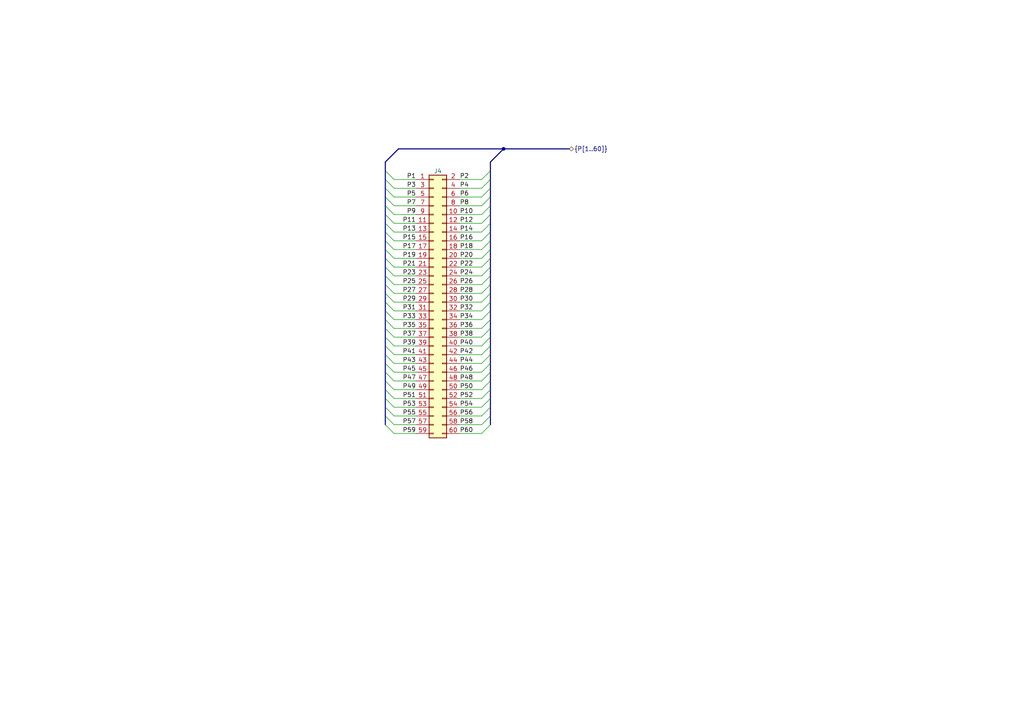
<source format=kicad_sch>
(kicad_sch (version 20230121) (generator eeschema)
  (paper "A4")
  (lib_symbols
    (symbol "Connector_Generic:Conn_02x30_Odd_Even" (pin_names (offset 1.016) hide)
      (property "Reference" "J" (at 1.27 38.1 0))
      (property "Value" "Conn_02x30_Odd_Even" (at 1.27 -40.64 0))
      (symbol "Conn_02x30_Odd_Even_1_1"
        (rectangle (start -1.27 -37.973) (end 0 -38.227) (stroke (width 0.1524)))
        (rectangle (start -1.27 -35.433) (end 0 -35.687) (stroke (width 0.1524)))
        (rectangle (start -1.27 -32.893) (end 0 -33.147) (stroke (width 0.1524)))
        (rectangle (start -1.27 -30.353) (end 0 -30.607) (stroke (width 0.1524)))
        (rectangle (start -1.27 -27.813) (end 0 -28.067) (stroke (width 0.1524)))
        (rectangle (start -1.27 -25.273) (end 0 -25.527) (stroke (width 0.1524)))
        (rectangle (start -1.27 -22.733) (end 0 -22.987) (stroke (width 0.1524)))
        (rectangle (start -1.27 -20.193) (end 0 -20.447) (stroke (width 0.1524)))
        (rectangle (start -1.27 -17.653) (end 0 -17.907) (stroke (width 0.1524)))
        (rectangle (start -1.27 -15.113) (end 0 -15.367) (stroke (width 0.1524)))
        (rectangle (start -1.27 -12.573) (end 0 -12.827) (stroke (width 0.1524)))
        (rectangle (start -1.27 -10.033) (end 0 -10.287) (stroke (width 0.1524)))
        (rectangle (start -1.27 -7.493) (end 0 -7.747) (stroke (width 0.1524)))
        (rectangle (start -1.27 -4.953) (end 0 -5.207) (stroke (width 0.1524)))
        (rectangle (start -1.27 -2.413) (end 0 -2.667) (stroke (width 0.1524)))
        (rectangle (start -1.27 0.127) (end 0 -0.127) (stroke (width 0.1524)))
        (rectangle (start -1.27 2.667) (end 0 2.413) (stroke (width 0.1524)))
        (rectangle (start -1.27 5.207) (end 0 4.953) (stroke (width 0.1524)))
        (rectangle (start -1.27 7.747) (end 0 7.493) (stroke (width 0.1524)))
        (rectangle (start -1.27 10.287) (end 0 10.033) (stroke (width 0.1524)))
        (rectangle (start -1.27 12.827) (end 0 12.573) (stroke (width 0.1524)))
        (rectangle (start -1.27 15.367) (end 0 15.113) (stroke (width 0.1524)))
        (rectangle (start -1.27 17.907) (end 0 17.653) (stroke (width 0.1524)))
        (rectangle (start -1.27 20.447) (end 0 20.193) (stroke (width 0.1524)))
        (rectangle (start -1.27 22.987) (end 0 22.733) (stroke (width 0.1524)))
        (rectangle (start -1.27 25.527) (end 0 25.273) (stroke (width 0.1524)))
        (rectangle (start -1.27 28.067) (end 0 27.813) (stroke (width 0.1524)))
        (rectangle (start -1.27 30.607) (end 0 30.353) (stroke (width 0.1524)))
        (rectangle (start -1.27 33.147) (end 0 32.893) (stroke (width 0.1524)))
        (rectangle (start -1.27 35.687) (end 0 35.433) (stroke (width 0.1524)))
        (rectangle (start -1.27 36.83) (end 3.81 -39.37) (stroke (width 0.254)) (fill (type background)))
        (rectangle (start 3.81 -37.973) (end 2.54 -38.227) (stroke (width 0.1524)))
        (rectangle (start 3.81 -35.433) (end 2.54 -35.687) (stroke (width 0.1524)))
        (rectangle (start 3.81 -32.893) (end 2.54 -33.147) (stroke (width 0.1524)))
        (rectangle (start 3.81 -30.353) (end 2.54 -30.607) (stroke (width 0.1524)))
        (rectangle (start 3.81 -27.813) (end 2.54 -28.067) (stroke (width 0.1524)))
        (rectangle (start 3.81 -25.273) (end 2.54 -25.527) (stroke (width 0.1524)))
        (rectangle (start 3.81 -22.733) (end 2.54 -22.987) (stroke (width 0.1524)))
        (rectangle (start 3.81 -20.193) (end 2.54 -20.447) (stroke (width 0.1524)))
        (rectangle (start 3.81 -17.653) (end 2.54 -17.907) (stroke (width 0.1524)))
        (rectangle (start 3.81 -15.113) (end 2.54 -15.367) (stroke (width 0.1524)))
        (rectangle (start 3.81 -12.573) (end 2.54 -12.827) (stroke (width 0.1524)))
        (rectangle (start 3.81 -10.033) (end 2.54 -10.287) (stroke (width 0.1524)))
        (rectangle (start 3.81 -7.493) (end 2.54 -7.747) (stroke (width 0.1524)))
        (rectangle (start 3.81 -4.953) (end 2.54 -5.207) (stroke (width 0.1524)))
        (rectangle (start 3.81 -2.413) (end 2.54 -2.667) (stroke (width 0.1524)))
        (rectangle (start 3.81 0.127) (end 2.54 -0.127) (stroke (width 0.1524)))
        (rectangle (start 3.81 2.667) (end 2.54 2.413) (stroke (width 0.1524)))
        (rectangle (start 3.81 5.207) (end 2.54 4.953) (stroke (width 0.1524)))
        (rectangle (start 3.81 7.747) (end 2.54 7.493) (stroke (width 0.1524)))
        (rectangle (start 3.81 10.287) (end 2.54 10.033) (stroke (width 0.1524)))
        (rectangle (start 3.81 12.827) (end 2.54 12.573) (stroke (width 0.1524)))
        (rectangle (start 3.81 15.367) (end 2.54 15.113) (stroke (width 0.1524)))
        (rectangle (start 3.81 17.907) (end 2.54 17.653) (stroke (width 0.1524)))
        (rectangle (start 3.81 20.447) (end 2.54 20.193) (stroke (width 0.1524)))
        (rectangle (start 3.81 22.987) (end 2.54 22.733) (stroke (width 0.1524)))
        (rectangle (start 3.81 25.527) (end 2.54 25.273) (stroke (width 0.1524)))
        (rectangle (start 3.81 28.067) (end 2.54 27.813) (stroke (width 0.1524)))
        (rectangle (start 3.81 30.607) (end 2.54 30.353) (stroke (width 0.1524)))
        (rectangle (start 3.81 33.147) (end 2.54 32.893) (stroke (width 0.1524)))
        (rectangle (start 3.81 35.687) (end 2.54 35.433) (stroke (width 0.1524)))
        (pin passive line (at -5.08 35.56 0) (length 3.81) (name "Pin_1") (number "1"))
        (pin passive line (at 7.62 25.4 180) (length 3.81) (name "Pin_10") (number "10"))
        (pin passive line (at -5.08 22.86 0) (length 3.81) (name "Pin_11") (number "11"))
        (pin passive line (at 7.62 22.86 180) (length 3.81) (name "Pin_12") (number "12"))
        (pin passive line (at -5.08 20.32 0) (length 3.81) (name "Pin_13") (number "13"))
        (pin passive line (at 7.62 20.32 180) (length 3.81) (name "Pin_14") (number "14"))
        (pin passive line (at -5.08 17.78 0) (length 3.81) (name "Pin_15") (number "15"))
        (pin passive line (at 7.62 17.78 180) (length 3.81) (name "Pin_16") (number "16"))
        (pin passive line (at -5.08 15.24 0) (length 3.81) (name "Pin_17") (number "17"))
        (pin passive line (at 7.62 15.24 180) (length 3.81) (name "Pin_18") (number "18"))
        (pin passive line (at -5.08 12.7 0) (length 3.81) (name "Pin_19") (number "19"))
        (pin passive line (at 7.62 35.56 180) (length 3.81) (name "Pin_2") (number "2"))
        (pin passive line (at 7.62 12.7 180) (length 3.81) (name "Pin_20") (number "20"))
        (pin passive line (at -5.08 10.16 0) (length 3.81) (name "Pin_21") (number "21"))
        (pin passive line (at 7.62 10.16 180) (length 3.81) (name "Pin_22") (number "22"))
        (pin passive line (at -5.08 7.62 0) (length 3.81) (name "Pin_23") (number "23"))
        (pin passive line (at 7.62 7.62 180) (length 3.81) (name "Pin_24") (number "24"))
        (pin passive line (at -5.08 5.08 0) (length 3.81) (name "Pin_25") (number "25"))
        (pin passive line (at 7.62 5.08 180) (length 3.81) (name "Pin_26") (number "26"))
        (pin passive line (at -5.08 2.54 0) (length 3.81) (name "Pin_27") (number "27"))
        (pin passive line (at 7.62 2.54 180) (length 3.81) (name "Pin_28") (number "28"))
        (pin passive line (at -5.08 0 0) (length 3.81) (name "Pin_29") (number "29"))
        (pin passive line (at -5.08 33.02 0) (length 3.81) (name "Pin_3") (number "3"))
        (pin passive line (at 7.62 0 180) (length 3.81) (name "Pin_30") (number "30"))
        (pin passive line (at -5.08 -2.54 0) (length 3.81) (name "Pin_31") (number "31"))
        (pin passive line (at 7.62 -2.54 180) (length 3.81) (name "Pin_32") (number "32"))
        (pin passive line (at -5.08 -5.08 0) (length 3.81) (name "Pin_33") (number "33"))
        (pin passive line (at 7.62 -5.08 180) (length 3.81) (name "Pin_34") (number "34"))
        (pin passive line (at -5.08 -7.62 0) (length 3.81) (name "Pin_35") (number "35"))
        (pin passive line (at 7.62 -7.62 180) (length 3.81) (name "Pin_36") (number "36"))
        (pin passive line (at -5.08 -10.16 0) (length 3.81) (name "Pin_37") (number "37"))
        (pin passive line (at 7.62 -10.16 180) (length 3.81) (name "Pin_38") (number "38"))
        (pin passive line (at -5.08 -12.7 0) (length 3.81) (name "Pin_39") (number "39"))
        (pin passive line (at 7.62 33.02 180) (length 3.81) (name "Pin_4") (number "4"))
        (pin passive line (at 7.62 -12.7 180) (length 3.81) (name "Pin_40") (number "40"))
        (pin passive line (at -5.08 -15.24 0) (length 3.81) (name "Pin_41") (number "41"))
        (pin passive line (at 7.62 -15.24 180) (length 3.81) (name "Pin_42") (number "42"))
        (pin passive line (at -5.08 -17.78 0) (length 3.81) (name "Pin_43") (number "43"))
        (pin passive line (at 7.62 -17.78 180) (length 3.81) (name "Pin_44") (number "44"))
        (pin passive line (at -5.08 -20.32 0) (length 3.81) (name "Pin_45") (number "45"))
        (pin passive line (at 7.62 -20.32 180) (length 3.81) (name "Pin_46") (number "46"))
        (pin passive line (at -5.08 -22.86 0) (length 3.81) (name "Pin_47") (number "47"))
        (pin passive line (at 7.62 -22.86 180) (length 3.81) (name "Pin_48") (number "48"))
        (pin passive line (at -5.08 -25.4 0) (length 3.81) (name "Pin_49") (number "49"))
        (pin passive line (at -5.08 30.48 0) (length 3.81) (name "Pin_5") (number "5"))
        (pin passive line (at 7.62 -25.4 180) (length 3.81) (name "Pin_50") (number "50"))
        (pin passive line (at -5.08 -27.94 0) (length 3.81) (name "Pin_51") (number "51"))
        (pin passive line (at 7.62 -27.94 180) (length 3.81) (name "Pin_52") (number "52"))
        (pin passive line (at -5.08 -30.48 0) (length 3.81) (name "Pin_53") (number "53"))
        (pin passive line (at 7.62 -30.48 180) (length 3.81) (name "Pin_54") (number "54"))
        (pin passive line (at -5.08 -33.02 0) (length 3.81) (name "Pin_55") (number "55"))
        (pin passive line (at 7.62 -33.02 180) (length 3.81) (name "Pin_56") (number "56"))
        (pin passive line (at -5.08 -35.56 0) (length 3.81) (name "Pin_57") (number "57"))
        (pin passive line (at 7.62 -35.56 180) (length 3.81) (name "Pin_58") (number "58"))
        (pin passive line (at -5.08 -38.1 0) (length 3.81) (name "Pin_59") (number "59"))
        (pin passive line (at 7.62 30.48 180) (length 3.81) (name "Pin_6") (number "6"))
        (pin passive line (at 7.62 -38.1 180) (length 3.81) (name "Pin_60") (number "60"))
        (pin passive line (at -5.08 27.94 0) (length 3.81) (name "Pin_7") (number "7"))
        (pin passive line (at 7.62 27.94 180) (length 3.81) (name "Pin_8") (number "8"))
        (pin passive line (at -5.08 25.4 0) (length 3.81) (name "Pin_9") (number "9"))
      )
    )
  )
  (junction (at 146.05 43.18))
  (bus_entry (at 114.3 57.15) (size -2.54 -2.54))
  (bus_entry (at 114.3 97.79) (size -2.54 -2.54))
  (bus_entry (at 139.7 107.95) (size 2.54 -2.54))
  (bus_entry (at 114.3 67.31) (size -2.54 -2.54))
  (bus_entry (at 114.3 92.71) (size -2.54 -2.54))
  (bus_entry (at 139.7 64.77) (size 2.54 -2.54))
  (bus_entry (at 114.3 82.55) (size -2.54 -2.54))
  (bus_entry (at 139.7 90.17) (size 2.54 -2.54))
  (bus_entry (at 139.7 118.11) (size 2.54 -2.54))
  (bus_entry (at 114.3 77.47) (size -2.54 -2.54))
  (bus_entry (at 114.3 80.01) (size -2.54 -2.54))
  (bus_entry (at 139.7 69.85) (size 2.54 -2.54))
  (bus_entry (at 139.7 52.07) (size 2.54 -2.54))
  (bus_entry (at 114.3 107.95) (size -2.54 -2.54))
  (bus_entry (at 139.7 57.15) (size 2.54 -2.54))
  (bus_entry (at 114.3 95.25) (size -2.54 -2.54))
  (bus_entry (at 114.3 74.93) (size -2.54 -2.54))
  (bus_entry (at 139.7 100.33) (size 2.54 -2.54))
  (bus_entry (at 139.7 110.49) (size 2.54 -2.54))
  (bus_entry (at 139.7 113.03) (size 2.54 -2.54))
  (bus_entry (at 139.7 59.69) (size 2.54 -2.54))
  (bus_entry (at 139.7 85.09) (size 2.54 -2.54))
  (bus_entry (at 139.7 87.63) (size 2.54 -2.54))
  (bus_entry (at 114.3 69.85) (size -2.54 -2.54))
  (bus_entry (at 139.7 125.73) (size 2.54 -2.54))
  (bus_entry (at 114.3 52.07) (size -2.54 -2.54))
  (bus_entry (at 139.7 102.87) (size 2.54 -2.54))
  (bus_entry (at 114.3 113.03) (size -2.54 -2.54))
  (bus_entry (at 114.3 115.57) (size -2.54 -2.54))
  (bus_entry (at 114.3 102.87) (size -2.54 -2.54))
  (bus_entry (at 139.7 120.65) (size 2.54 -2.54))
  (bus_entry (at 114.3 54.61) (size -2.54 -2.54))
  (bus_entry (at 114.3 59.69) (size -2.54 -2.54))
  (bus_entry (at 139.7 105.41) (size 2.54 -2.54))
  (bus_entry (at 139.7 95.25) (size 2.54 -2.54))
  (bus_entry (at 139.7 80.01) (size 2.54 -2.54))
  (bus_entry (at 139.7 72.39) (size 2.54 -2.54))
  (bus_entry (at 139.7 54.61) (size 2.54 -2.54))
  (bus_entry (at 114.3 62.23) (size -2.54 -2.54))
  (bus_entry (at 114.3 120.65) (size -2.54 -2.54))
  (bus_entry (at 139.7 82.55) (size 2.54 -2.54))
  (bus_entry (at 114.3 87.63) (size -2.54 -2.54))
  (bus_entry (at 139.7 62.23) (size 2.54 -2.54))
  (bus_entry (at 139.7 97.79) (size 2.54 -2.54))
  (bus_entry (at 114.3 85.09) (size -2.54 -2.54))
  (bus_entry (at 114.3 125.73) (size -2.54 -2.54))
  (bus_entry (at 139.7 77.47) (size 2.54 -2.54))
  (bus_entry (at 139.7 67.31) (size 2.54 -2.54))
  (bus_entry (at 114.3 123.19) (size -2.54 -2.54))
  (bus_entry (at 114.3 105.41) (size -2.54 -2.54))
  (bus_entry (at 114.3 72.39) (size -2.54 -2.54))
  (bus_entry (at 114.3 90.17) (size -2.54 -2.54))
  (bus_entry (at 139.7 74.93) (size 2.54 -2.54))
  (bus_entry (at 139.7 123.19) (size 2.54 -2.54))
  (bus_entry (at 139.7 92.71) (size 2.54 -2.54))
  (bus_entry (at 139.7 115.57) (size 2.54 -2.54))
  (bus_entry (at 114.3 100.33) (size -2.54 -2.54))
  (bus_entry (at 114.3 118.11) (size -2.54 -2.54))
  (bus_entry (at 114.3 110.49) (size -2.54 -2.54))
  (bus_entry (at 114.3 64.77) (size -2.54 -2.54))
  (wire (pts (xy 114.3 52.07) (xy 120.65 52.07)))
  (bus (pts (xy 111.76 123.19) (xy 111.76 120.65)))
  (bus (pts (xy 142.24 59.69) (xy 142.24 57.15)))
  (wire (pts (xy 133.35 100.33) (xy 139.7 100.33)))
  (wire (pts (xy 133.35 110.49) (xy 139.7 110.49)))
  (bus (pts (xy 111.76 57.15) (xy 111.76 54.61)))
  (wire (pts (xy 114.3 95.25) (xy 120.65 95.25)))
  (bus (pts (xy 111.76 113.03) (xy 111.76 110.49)))
  (bus (pts (xy 111.76 72.39) (xy 111.76 69.85)))
  (wire (pts (xy 133.35 125.73) (xy 139.7 125.73)))
  (bus (pts (xy 111.76 107.95) (xy 111.76 105.41)))
  (bus (pts (xy 142.24 72.39) (xy 142.24 69.85)))
  (bus (pts (xy 111.76 95.25) (xy 111.76 92.71)))
  (bus (pts (xy 111.76 87.63) (xy 111.76 85.09)))
  (bus (pts (xy 142.24 82.55) (xy 142.24 80.01)))
  (bus (pts (xy 111.76 120.65) (xy 111.76 118.11)))
  (wire (pts (xy 133.35 74.93) (xy 139.7 74.93)))
  (wire (pts (xy 133.35 57.15) (xy 139.7 57.15)))
  (bus (pts (xy 142.24 107.95) (xy 142.24 105.41)))
  (wire (pts (xy 114.3 125.73) (xy 120.65 125.73)))
  (bus (pts (xy 142.24 90.17) (xy 142.24 87.63)))
  (wire (pts (xy 133.35 82.55) (xy 139.7 82.55)))
  (wire (pts (xy 114.3 57.15) (xy 120.65 57.15)))
  (wire (pts (xy 114.3 110.49) (xy 120.65 110.49)))
  (wire (pts (xy 133.35 62.23) (xy 139.7 62.23)))
  (bus (pts (xy 142.24 64.77) (xy 142.24 62.23)))
  (bus (pts (xy 111.76 97.79) (xy 111.76 95.25)))
  (wire (pts (xy 133.35 64.77) (xy 139.7 64.77)))
  (bus (pts (xy 142.24 80.01) (xy 142.24 77.47)))
  (wire (pts (xy 114.3 54.61) (xy 120.65 54.61)))
  (wire (pts (xy 133.35 80.01) (xy 139.7 80.01)))
  (bus (pts (xy 142.24 74.93) (xy 142.24 72.39)))
  (bus (pts (xy 142.24 110.49) (xy 142.24 107.95)))
  (wire (pts (xy 114.3 123.19) (xy 120.65 123.19)))
  (wire (pts (xy 133.35 97.79) (xy 139.7 97.79)))
  (wire (pts (xy 114.3 85.09) (xy 120.65 85.09)))
  (wire (pts (xy 114.3 115.57) (xy 120.65 115.57)))
  (bus (pts (xy 142.24 113.03) (xy 142.24 110.49)))
  (bus (pts (xy 111.76 90.17) (xy 111.76 87.63)))
  (wire (pts (xy 114.3 92.71) (xy 120.65 92.71)))
  (wire (pts (xy 114.3 90.17) (xy 120.65 90.17)))
  (wire (pts (xy 133.35 102.87) (xy 139.7 102.87)))
  (wire (pts (xy 133.35 67.31) (xy 139.7 67.31)))
  (bus (pts (xy 142.24 62.23) (xy 142.24 59.69)))
  (bus (pts (xy 111.76 77.47) (xy 111.76 74.93)))
  (bus (pts (xy 142.24 87.63) (xy 142.24 85.09)))
  (bus (pts (xy 111.76 82.55) (xy 111.76 80.01)))
  (bus (pts (xy 111.76 100.33) (xy 111.76 97.79)))
  (bus (pts (xy 142.24 92.71) (xy 142.24 90.17)))
  (wire (pts (xy 114.3 69.85) (xy 120.65 69.85)))
  (wire (pts (xy 133.35 107.95) (xy 139.7 107.95)))
  (wire (pts (xy 114.3 105.41) (xy 120.65 105.41)))
  (bus (pts (xy 142.24 57.15) (xy 142.24 54.61)))
  (bus (pts (xy 142.24 100.33) (xy 142.24 97.79)))
  (bus (pts (xy 146.05 43.18) (xy 165.1 43.18)))
  (wire (pts (xy 114.3 72.39) (xy 120.65 72.39)))
  (wire (pts (xy 114.3 100.33) (xy 120.65 100.33)))
  (wire (pts (xy 133.35 87.63) (xy 139.7 87.63)))
  (bus (pts (xy 111.76 105.41) (xy 111.76 102.87)))
  (bus (pts (xy 111.76 62.23) (xy 111.76 59.69)))
  (wire (pts (xy 114.3 107.95) (xy 120.65 107.95)))
  (bus (pts (xy 142.24 85.09) (xy 142.24 82.55)))
  (bus (pts (xy 142.24 102.87) (xy 142.24 100.33)))
  (wire (pts (xy 114.3 74.93) (xy 120.65 74.93)))
  (wire (pts (xy 114.3 80.01) (xy 120.65 80.01)))
  (wire (pts (xy 114.3 64.77) (xy 120.65 64.77)))
  (bus (pts (xy 111.76 102.87) (xy 111.76 100.33)))
  (wire (pts (xy 133.35 90.17) (xy 139.7 90.17)))
  (wire (pts (xy 114.3 97.79) (xy 120.65 97.79)))
  (bus (pts (xy 111.76 74.93) (xy 111.76 72.39)))
  (wire (pts (xy 114.3 67.31) (xy 120.65 67.31)))
  (bus (pts (xy 142.24 115.57) (xy 142.24 113.03)))
  (wire (pts (xy 133.35 115.57) (xy 139.7 115.57)))
  (wire (pts (xy 114.3 59.69) (xy 120.65 59.69)))
  (bus (pts (xy 111.76 67.31) (xy 111.76 64.77)))
  (wire (pts (xy 133.35 59.69) (xy 139.7 59.69)))
  (wire (pts (xy 133.35 52.07) (xy 139.7 52.07)))
  (bus (pts (xy 142.24 120.65) (xy 142.24 118.11)))
  (wire (pts (xy 114.3 77.47) (xy 120.65 77.47)))
  (bus (pts (xy 142.24 97.79) (xy 142.24 95.25)))
  (wire (pts (xy 133.35 105.41) (xy 139.7 105.41)))
  (bus (pts (xy 111.76 49.53) (xy 111.76 46.99)))
  (wire (pts (xy 133.35 85.09) (xy 139.7 85.09)))
  (bus (pts (xy 111.76 52.07) (xy 111.76 49.53)))
  (bus (pts (xy 111.76 54.61) (xy 111.76 52.07)))
  (bus (pts (xy 142.24 67.31) (xy 142.24 64.77)))
  (bus (pts (xy 142.24 69.85) (xy 142.24 67.31)))
  (bus (pts (xy 142.24 46.99) (xy 146.05 43.18)))
  (bus (pts (xy 111.76 59.69) (xy 111.76 57.15)))
  (wire (pts (xy 133.35 118.11) (xy 139.7 118.11)))
  (wire (pts (xy 133.35 120.65) (xy 139.7 120.65)))
  (bus (pts (xy 111.76 85.09) (xy 111.76 82.55)))
  (bus (pts (xy 111.76 69.85) (xy 111.76 67.31)))
  (bus (pts (xy 142.24 95.25) (xy 142.24 92.71)))
  (bus (pts (xy 142.24 52.07) (xy 142.24 49.53)))
  (bus (pts (xy 142.24 105.41) (xy 142.24 102.87)))
  (bus (pts (xy 142.24 118.11) (xy 142.24 115.57)))
  (bus (pts (xy 142.24 123.19) (xy 142.24 120.65)))
  (wire (pts (xy 133.35 95.25) (xy 139.7 95.25)))
  (wire (pts (xy 114.3 62.23) (xy 120.65 62.23)))
  (wire (pts (xy 114.3 120.65) (xy 120.65 120.65)))
  (bus (pts (xy 111.76 80.01) (xy 111.76 77.47)))
  (wire (pts (xy 133.35 72.39) (xy 139.7 72.39)))
  (bus (pts (xy 142.24 77.47) (xy 142.24 74.93)))
  (wire (pts (xy 114.3 118.11) (xy 120.65 118.11)))
  (wire (pts (xy 114.3 113.03) (xy 120.65 113.03)))
  (wire (pts (xy 133.35 77.47) (xy 139.7 77.47)))
  (bus (pts (xy 111.76 115.57) (xy 111.76 113.03)))
  (bus (pts (xy 111.76 46.99) (xy 115.57 43.18)))
  (wire (pts (xy 114.3 82.55) (xy 120.65 82.55)))
  (bus (pts (xy 142.24 54.61) (xy 142.24 52.07)))
  (wire (pts (xy 114.3 102.87) (xy 120.65 102.87)))
  (wire (pts (xy 133.35 92.71) (xy 139.7 92.71)))
  (wire (pts (xy 133.35 123.19) (xy 139.7 123.19)))
  (bus (pts (xy 142.24 49.53) (xy 142.24 46.99)))
  (wire (pts (xy 133.35 69.85) (xy 139.7 69.85)))
  (bus (pts (xy 111.76 110.49) (xy 111.76 107.95)))
  (bus (pts (xy 111.76 92.71) (xy 111.76 90.17)))
  (bus (pts (xy 115.57 43.18) (xy 146.05 43.18)))
  (wire (pts (xy 114.3 87.63) (xy 120.65 87.63)))
  (bus (pts (xy 111.76 118.11) (xy 111.76 115.57)))
  (bus (pts (xy 111.76 64.77) (xy 111.76 62.23)))
  (wire (pts (xy 133.35 54.61) (xy 139.7 54.61)))
  (wire (pts (xy 133.35 113.03) (xy 139.7 113.03)))
  (label "P44" (at 133.35 105.41 0))
  (label "P31" (at 120.65 90.17 180))
  (label "P59" (at 120.65 125.73 180))
  (label "P9" (at 120.65 62.23 180))
  (label "P7" (at 120.65 59.69 180))
  (label "P35" (at 120.65 95.25 180))
  (label "P1" (at 120.65 52.07 180))
  (label "P36" (at 133.35 95.25 0))
  (label "P54" (at 133.35 118.11 0))
  (label "P10" (at 133.35 62.23 0))
  (label "P4" (at 133.35 54.61 0))
  (label "P40" (at 133.35 100.33 0))
  (label "P3" (at 120.65 54.61 180))
  (label "P50" (at 133.35 113.03 0))
  (label "P6" (at 133.35 57.15 0))
  (label "P14" (at 133.35 67.31 0))
  (label "P45" (at 120.65 107.95 180))
  (label "P27" (at 120.65 85.09 180))
  (label "P43" (at 120.65 105.41 180))
  (label "P51" (at 120.65 115.57 180))
  (label "P28" (at 133.35 85.09 0))
  (label "P2" (at 133.35 52.07 0))
  (label "P47" (at 120.65 110.49 180))
  (label "P57" (at 120.65 123.19 180))
  (label "P32" (at 133.35 90.17 0))
  (label "P21" (at 120.65 77.47 180))
  (label "P12" (at 133.35 64.77 0))
  (label "P22" (at 133.35 77.47 0))
  (label "P42" (at 133.35 102.87 0))
  (label "P53" (at 120.65 118.11 180))
  (label "P19" (at 120.65 74.93 180))
  (label "P13" (at 120.65 67.31 180))
  (label "P30" (at 133.35 87.63 0))
  (label "P38" (at 133.35 97.79 0))
  (label "P11" (at 120.65 64.77 180))
  (label "P46" (at 133.35 107.95 0))
  (label "P26" (at 133.35 82.55 0))
  (label "P25" (at 120.65 82.55 180))
  (label "P48" (at 133.35 110.49 0))
  (label "P23" (at 120.65 80.01 180))
  (label "P58" (at 133.35 123.19 0))
  (label "P15" (at 120.65 69.85 180))
  (label "P17" (at 120.65 72.39 180))
  (label "P24" (at 133.35 80.01 0))
  (label "P60" (at 133.35 125.73 0))
  (label "P16" (at 133.35 69.85 0))
  (label "P37" (at 120.65 97.79 180))
  (label "P56" (at 133.35 120.65 0))
  (label "P20" (at 133.35 74.93 0))
  (label "P41" (at 120.65 102.87 180))
  (label "P29" (at 120.65 87.63 180))
  (label "P18" (at 133.35 72.39 0))
  (label "P8" (at 133.35 59.69 0))
  (label "P52" (at 133.35 115.57 0))
  (label "P33" (at 120.65 92.71 180))
  (label "P49" (at 120.65 113.03 180))
  (label "P5" (at 120.65 57.15 180))
  (label "P34" (at 133.35 92.71 0))
  (label "P39" (at 120.65 100.33 180))
  (label "P55" (at 120.65 120.65 180))
  (hierarchical_label "{P[1..60]}" (shape bidirectional) (at 165.1 43.18 0))
  (symbol (lib_id "Connector_Generic:Conn_02x30_Odd_Even") (at 125.73 87.63 0) (unit 1)
    (property "Reference" "J4" (at 127 49.6372 0))
    (property "Value" "Left Mezzanine" (effects hide))
    (property "Footprint" "0:DF40C-80DS-0-4V-51" (effects hide))
    (instances (project "friendly-keyboard" (path "" (reference "J4") (unit 1)) (path "" (reference "J3") (unit 1))))
  )
)
</source>
